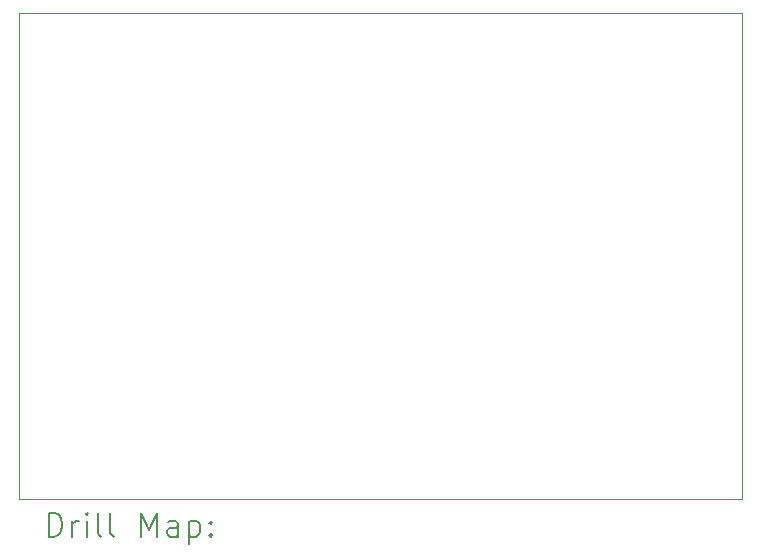
<source format=gbr>
%TF.GenerationSoftware,KiCad,Pcbnew,6.0.11+dfsg-1*%
%TF.CreationDate,2024-04-10T09:56:28+02:00*%
%TF.ProjectId,Nehari_Chauveliere_kicad_TMS,4e656861-7269-45f4-9368-617576656c69,rev?*%
%TF.SameCoordinates,Original*%
%TF.FileFunction,Drillmap*%
%TF.FilePolarity,Positive*%
%FSLAX45Y45*%
G04 Gerber Fmt 4.5, Leading zero omitted, Abs format (unit mm)*
G04 Created by KiCad (PCBNEW 6.0.11+dfsg-1) date 2024-04-10 09:56:28*
%MOMM*%
%LPD*%
G01*
G04 APERTURE LIST*
%ADD10C,0.100000*%
%ADD11C,0.200000*%
G04 APERTURE END LIST*
D10*
X19964400Y-6489700D02*
X13843000Y-6489700D01*
X13843000Y-6489700D02*
X13843000Y-10604500D01*
X13843000Y-10604500D02*
X19964400Y-10604500D01*
X19964400Y-10604500D02*
X19964400Y-6489700D01*
D11*
X14095619Y-10919976D02*
X14095619Y-10719976D01*
X14143238Y-10719976D01*
X14171809Y-10729500D01*
X14190857Y-10748548D01*
X14200381Y-10767595D01*
X14209905Y-10805690D01*
X14209905Y-10834262D01*
X14200381Y-10872357D01*
X14190857Y-10891405D01*
X14171809Y-10910452D01*
X14143238Y-10919976D01*
X14095619Y-10919976D01*
X14295619Y-10919976D02*
X14295619Y-10786643D01*
X14295619Y-10824738D02*
X14305143Y-10805690D01*
X14314667Y-10796167D01*
X14333714Y-10786643D01*
X14352762Y-10786643D01*
X14419428Y-10919976D02*
X14419428Y-10786643D01*
X14419428Y-10719976D02*
X14409905Y-10729500D01*
X14419428Y-10739024D01*
X14428952Y-10729500D01*
X14419428Y-10719976D01*
X14419428Y-10739024D01*
X14543238Y-10919976D02*
X14524190Y-10910452D01*
X14514667Y-10891405D01*
X14514667Y-10719976D01*
X14648000Y-10919976D02*
X14628952Y-10910452D01*
X14619428Y-10891405D01*
X14619428Y-10719976D01*
X14876571Y-10919976D02*
X14876571Y-10719976D01*
X14943238Y-10862833D01*
X15009905Y-10719976D01*
X15009905Y-10919976D01*
X15190857Y-10919976D02*
X15190857Y-10815214D01*
X15181333Y-10796167D01*
X15162286Y-10786643D01*
X15124190Y-10786643D01*
X15105143Y-10796167D01*
X15190857Y-10910452D02*
X15171809Y-10919976D01*
X15124190Y-10919976D01*
X15105143Y-10910452D01*
X15095619Y-10891405D01*
X15095619Y-10872357D01*
X15105143Y-10853310D01*
X15124190Y-10843786D01*
X15171809Y-10843786D01*
X15190857Y-10834262D01*
X15286095Y-10786643D02*
X15286095Y-10986643D01*
X15286095Y-10796167D02*
X15305143Y-10786643D01*
X15343238Y-10786643D01*
X15362286Y-10796167D01*
X15371809Y-10805690D01*
X15381333Y-10824738D01*
X15381333Y-10881881D01*
X15371809Y-10900929D01*
X15362286Y-10910452D01*
X15343238Y-10919976D01*
X15305143Y-10919976D01*
X15286095Y-10910452D01*
X15467048Y-10900929D02*
X15476571Y-10910452D01*
X15467048Y-10919976D01*
X15457524Y-10910452D01*
X15467048Y-10900929D01*
X15467048Y-10919976D01*
X15467048Y-10796167D02*
X15476571Y-10805690D01*
X15467048Y-10815214D01*
X15457524Y-10805690D01*
X15467048Y-10796167D01*
X15467048Y-10815214D01*
M02*

</source>
